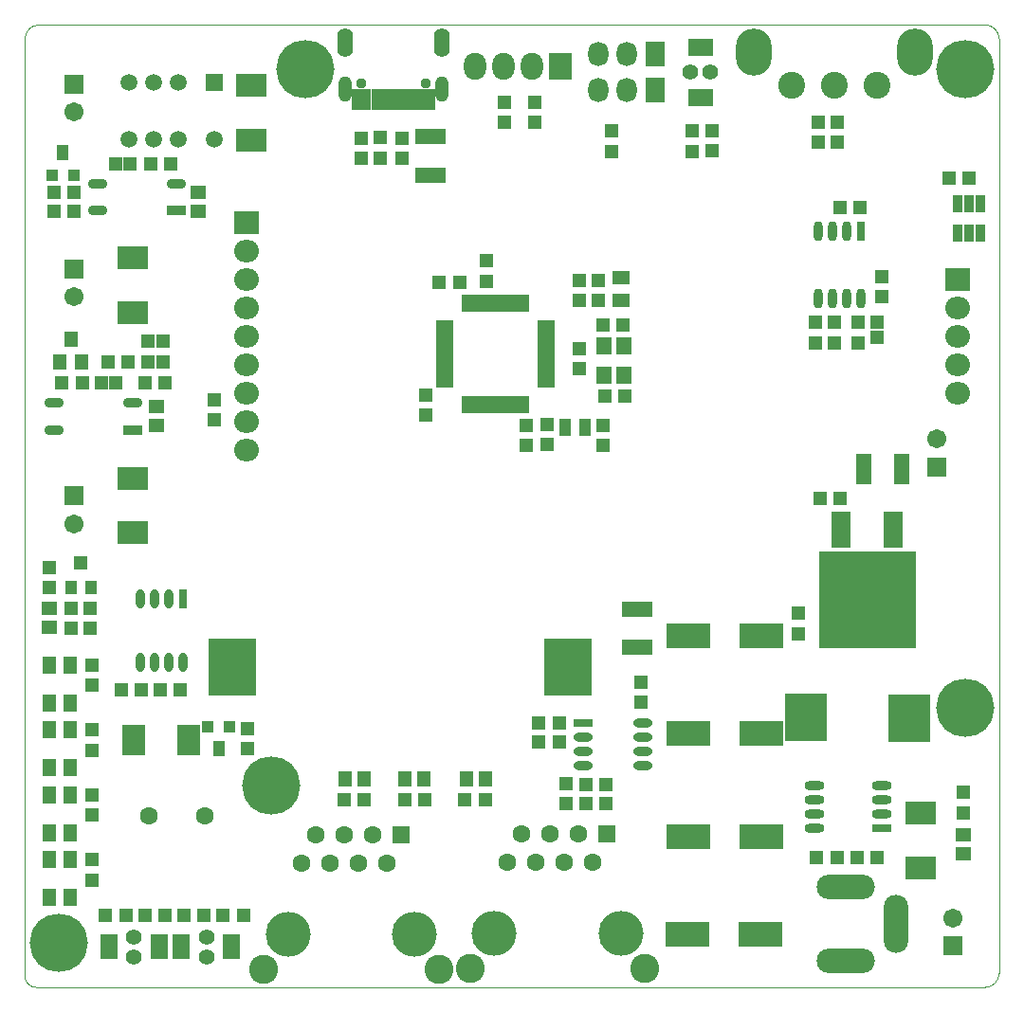
<source format=gts>
G04*
G04 #@! TF.GenerationSoftware,Altium Limited,Altium Designer,21.0.9 (235)*
G04*
G04 Layer_Color=8388736*
%FSLAX25Y25*%
%MOIN*%
G70*
G04*
G04 #@! TF.SameCoordinates,43861E83-1D47-4714-A818-AF3DA279242D*
G04*
G04*
G04 #@! TF.FilePolarity,Negative*
G04*
G01*
G75*
%ADD11C,0.00394*%
%ADD18R,0.04737X0.04737*%
%ADD19R,0.16548X0.20485*%
%ADD20R,0.10642X0.05524*%
%ADD21O,0.06706X0.03162*%
%ADD22R,0.06706X0.03162*%
%ADD23R,0.04737X0.04737*%
%ADD24R,0.04737X0.05524*%
%ADD25R,0.07887X0.10642*%
%ADD26O,0.03162X0.06706*%
%ADD27R,0.03162X0.06706*%
%ADD28R,0.04343X0.04737*%
%ADD29R,0.10642X0.07887*%
%ADD30R,0.04343X0.04343*%
%ADD31R,0.04343X0.05524*%
%ADD32R,0.01981X0.07493*%
%ADD33R,0.03359X0.07493*%
%ADD34R,0.08674X0.06312*%
%ADD35R,0.03162X0.07099*%
%ADD36O,0.03162X0.07099*%
%ADD37R,0.07099X0.12611*%
%ADD38R,0.34265X0.34265*%
%ADD39R,0.14580X0.16548*%
%ADD40R,0.15367X0.08674*%
%ADD41R,0.07099X0.03162*%
%ADD42O,0.07099X0.03162*%
%ADD43R,0.05524X0.04737*%
%ADD44R,0.03556X0.06312*%
%ADD45R,0.06312X0.01981*%
%ADD46R,0.01981X0.06312*%
%ADD47R,0.05524X0.06312*%
%ADD48R,0.06706X0.03556*%
%ADD49O,0.06706X0.03556*%
%ADD50R,0.05131X0.05918*%
%ADD51R,0.06312X0.08674*%
%ADD52R,0.05524X0.10642*%
%ADD53R,0.06312X0.04737*%
%ADD54R,0.04343X0.06312*%
%ADD55C,0.06312*%
%ADD56C,0.10249*%
%ADD57C,0.15761*%
%ADD58R,0.06312X0.06312*%
%ADD59C,0.06706*%
%ADD60R,0.06706X0.06706*%
%ADD61C,0.05918*%
%ADD62R,0.05918X0.05918*%
%ADD63O,0.05524X0.10249*%
%ADD64O,0.04737X0.09068*%
%ADD65C,0.03753*%
%ADD66R,0.07874X0.09449*%
%ADD67O,0.07874X0.09449*%
%ADD68O,0.07087X0.08661*%
%ADD69R,0.07087X0.08661*%
%ADD70C,0.05524*%
%ADD71C,0.09461*%
%ADD72O,0.12611X0.16548*%
%ADD73C,0.20485*%
%ADD74O,0.08674X0.07887*%
%ADD75R,0.08674X0.07887*%
%ADD76O,0.20485X0.08674*%
%ADD77O,0.08674X0.20485*%
%ADD78C,0.02375*%
D11*
X386890Y574803D02*
G03*
X381890Y569803I0J-5000D01*
G01*
X724409D02*
G03*
X719410Y574803I-5000J0D01*
G01*
X381890Y240158D02*
G03*
X385827Y236221I3937J0D01*
G01*
X719410D02*
G03*
X724409Y241220I0J5000D01*
G01*
X381890Y565866D02*
Y569803D01*
X724409Y565866D02*
Y569803D01*
Y413386D02*
Y565866D01*
X386890Y574803D02*
X719410D01*
X381890Y385827D02*
Y565866D01*
Y240158D02*
Y244094D01*
X385827Y236221D02*
X390827D01*
X692913D02*
X719410D01*
X724409Y241220D02*
Y417323D01*
X381890Y241220D02*
Y385827D01*
X390827Y236221D02*
X692913D01*
D18*
X460236Y320079D02*
D03*
Y327165D02*
D03*
X598425Y336614D02*
D03*
Y343701D02*
D03*
X405512Y274016D02*
D03*
Y281102D02*
D03*
Y296850D02*
D03*
Y303937D02*
D03*
Y319685D02*
D03*
Y326772D02*
D03*
X390551Y376772D02*
D03*
Y383858D02*
D03*
X401575Y385433D02*
D03*
X448425Y442913D02*
D03*
Y435827D02*
D03*
X616535Y537402D02*
D03*
Y530315D02*
D03*
X623350Y530543D02*
D03*
Y537630D02*
D03*
X660630Y540551D02*
D03*
Y533465D02*
D03*
X667323Y540551D02*
D03*
Y533465D02*
D03*
X653937Y367717D02*
D03*
Y360630D02*
D03*
X711811Y297638D02*
D03*
Y304724D02*
D03*
X659842Y462992D02*
D03*
Y470079D02*
D03*
X666535Y462992D02*
D03*
Y470079D02*
D03*
X674803D02*
D03*
Y462992D02*
D03*
X683071Y486221D02*
D03*
Y479134D02*
D03*
X558268Y433858D02*
D03*
Y426772D02*
D03*
X588189Y537402D02*
D03*
Y530315D02*
D03*
X550394Y540551D02*
D03*
Y547638D02*
D03*
X561024Y540551D02*
D03*
Y547638D02*
D03*
X514567Y535039D02*
D03*
Y527953D02*
D03*
X500000Y527953D02*
D03*
Y535039D02*
D03*
X506807Y535118D02*
D03*
Y528031D02*
D03*
X413779Y525984D02*
D03*
X418898D02*
D03*
X425197Y463386D02*
D03*
X430315D02*
D03*
X425197Y456299D02*
D03*
X430315D02*
D03*
X408661Y448819D02*
D03*
X413779D02*
D03*
X398031Y362598D02*
D03*
Y369685D02*
D03*
X404724Y362598D02*
D03*
Y369685D02*
D03*
X405512Y342520D02*
D03*
Y349606D02*
D03*
X572047Y300787D02*
D03*
Y307874D02*
D03*
X583465Y477953D02*
D03*
Y485039D02*
D03*
X576772D02*
D03*
Y477953D02*
D03*
X522835Y437402D02*
D03*
Y444488D02*
D03*
X544095Y484646D02*
D03*
Y491732D02*
D03*
X576772Y461024D02*
D03*
Y453937D02*
D03*
X585039Y433858D02*
D03*
Y426772D02*
D03*
X565354Y434252D02*
D03*
Y427165D02*
D03*
D19*
X572835Y348819D02*
D03*
X454724D02*
D03*
D20*
X597244Y355906D02*
D03*
Y369291D02*
D03*
X524409Y522047D02*
D03*
Y535433D02*
D03*
D21*
X599213Y329173D02*
D03*
Y324173D02*
D03*
Y319173D02*
D03*
Y314173D02*
D03*
X577953D02*
D03*
Y319173D02*
D03*
Y324173D02*
D03*
D22*
Y329173D02*
D03*
D23*
X569685Y329134D02*
D03*
X562598D02*
D03*
X451575Y261417D02*
D03*
X458661D02*
D03*
X444882D02*
D03*
X437795D02*
D03*
X424016D02*
D03*
X431102D02*
D03*
X417323D02*
D03*
X410236D02*
D03*
X706693Y520866D02*
D03*
X713779D02*
D03*
X668504Y510630D02*
D03*
X675591D02*
D03*
X681496Y464961D02*
D03*
Y470079D02*
D03*
X585039Y469291D02*
D03*
X592126D02*
D03*
X592913Y444095D02*
D03*
X585827D02*
D03*
X399213Y509055D02*
D03*
X392126D02*
D03*
X399213Y515748D02*
D03*
X392126D02*
D03*
X425984Y525984D02*
D03*
X433071D02*
D03*
X411024Y456299D02*
D03*
X418110D02*
D03*
X401968Y448819D02*
D03*
X394882D02*
D03*
X424016D02*
D03*
X431102D02*
D03*
X436614Y340945D02*
D03*
X429528D02*
D03*
X422835D02*
D03*
X415748D02*
D03*
X501181Y302362D02*
D03*
X494095D02*
D03*
X522441D02*
D03*
X515354D02*
D03*
X543701Y302362D02*
D03*
X536614D02*
D03*
X569685Y322441D02*
D03*
X562598D02*
D03*
X586221Y307480D02*
D03*
X579134D02*
D03*
X586221Y300787D02*
D03*
X579134D02*
D03*
X661417Y408268D02*
D03*
X668504D02*
D03*
X660236Y281890D02*
D03*
X667323D02*
D03*
X681496D02*
D03*
X674409D02*
D03*
X527559Y484252D02*
D03*
X534646D02*
D03*
D24*
X537008Y309449D02*
D03*
X543701D02*
D03*
X515354D02*
D03*
X522047D02*
D03*
X494488D02*
D03*
X501181D02*
D03*
X398031Y464173D02*
D03*
X401772Y456299D02*
D03*
X394173D02*
D03*
D25*
X439370Y323228D02*
D03*
X420079D02*
D03*
D26*
X427559Y350394D02*
D03*
X437559D02*
D03*
X432559D02*
D03*
X422559D02*
D03*
Y372835D02*
D03*
X427559D02*
D03*
X432559D02*
D03*
D27*
X437559D02*
D03*
D28*
X405118Y376772D02*
D03*
X398031D02*
D03*
D29*
X419685Y473622D02*
D03*
Y492913D02*
D03*
X461417Y534252D02*
D03*
Y553543D02*
D03*
X696850Y278346D02*
D03*
Y297638D02*
D03*
X419685Y396063D02*
D03*
Y415354D02*
D03*
D30*
X399213Y522047D02*
D03*
X391339D02*
D03*
X446063Y327953D02*
D03*
X453937D02*
D03*
D31*
X395276Y529921D02*
D03*
X450000Y320079D02*
D03*
D32*
X504646Y548425D02*
D03*
X506614D02*
D03*
X508583D02*
D03*
X510551D02*
D03*
X512520D02*
D03*
X514488D02*
D03*
X516457D02*
D03*
X518425D02*
D03*
D33*
X524331D02*
D03*
X521181D02*
D03*
X501890D02*
D03*
X498543D02*
D03*
D34*
X619291Y566929D02*
D03*
Y549213D02*
D03*
D35*
X675640Y502324D02*
D03*
D36*
Y478702D02*
D03*
X670640D02*
D03*
X665640D02*
D03*
X660640D02*
D03*
Y502324D02*
D03*
X665640D02*
D03*
X670640D02*
D03*
D37*
X687008Y397244D02*
D03*
X668898D02*
D03*
D38*
X677953Y372441D02*
D03*
D39*
X692717Y330906D02*
D03*
X656299Y331102D02*
D03*
D40*
X640748Y359842D02*
D03*
X614961D02*
D03*
Y325590D02*
D03*
X640748D02*
D03*
X614961Y289370D02*
D03*
X640748D02*
D03*
X614764Y254724D02*
D03*
X640551D02*
D03*
D41*
X683033Y292076D02*
D03*
D42*
X659411D02*
D03*
Y297077D02*
D03*
Y302077D02*
D03*
Y307077D02*
D03*
X683033D02*
D03*
Y302077D02*
D03*
Y297077D02*
D03*
D43*
X711811Y283071D02*
D03*
Y289764D02*
D03*
X442913Y509055D02*
D03*
Y515748D02*
D03*
X427953Y433858D02*
D03*
Y440551D02*
D03*
X390551Y362992D02*
D03*
Y369685D02*
D03*
D44*
X717717Y511811D02*
D03*
X713779D02*
D03*
X709842D02*
D03*
X717717Y501575D02*
D03*
X713779D02*
D03*
X709842D02*
D03*
D45*
X564961Y448228D02*
D03*
Y450197D02*
D03*
Y452165D02*
D03*
Y454134D02*
D03*
Y456102D02*
D03*
Y458071D02*
D03*
Y460039D02*
D03*
Y462008D02*
D03*
Y463976D02*
D03*
Y465945D02*
D03*
Y467913D02*
D03*
Y469882D02*
D03*
X529528Y469882D02*
D03*
Y467913D02*
D03*
Y465945D02*
D03*
Y463976D02*
D03*
Y462008D02*
D03*
Y460039D02*
D03*
Y458071D02*
D03*
Y456102D02*
D03*
Y454134D02*
D03*
Y452165D02*
D03*
Y450197D02*
D03*
Y448228D02*
D03*
D46*
X536417Y441339D02*
D03*
X538386D02*
D03*
X540354D02*
D03*
X542323D02*
D03*
X544291D02*
D03*
X546260D02*
D03*
X548228D02*
D03*
X550197D02*
D03*
X552165D02*
D03*
X554134D02*
D03*
X556102D02*
D03*
X558071D02*
D03*
X558071Y476772D02*
D03*
X556102D02*
D03*
X554134D02*
D03*
X552165D02*
D03*
X550197D02*
D03*
X548228D02*
D03*
X546260D02*
D03*
X544291D02*
D03*
X542323D02*
D03*
X540354D02*
D03*
X538386D02*
D03*
X536417D02*
D03*
D47*
X592520Y451575D02*
D03*
X585433D02*
D03*
X592520Y461811D02*
D03*
X585433D02*
D03*
D48*
X435039Y509449D02*
D03*
X419685Y432283D02*
D03*
D49*
X435039Y518898D02*
D03*
X407480Y509449D02*
D03*
Y518898D02*
D03*
X419685Y441732D02*
D03*
X392126Y432283D02*
D03*
Y441732D02*
D03*
D50*
X390551Y336221D02*
D03*
X397638D02*
D03*
X390551Y349606D02*
D03*
X397638D02*
D03*
X390551Y313386D02*
D03*
X397638D02*
D03*
X390551Y326772D02*
D03*
X397638D02*
D03*
X390551Y290551D02*
D03*
X397638D02*
D03*
X390551Y303937D02*
D03*
X397638D02*
D03*
X390551Y267717D02*
D03*
X397638D02*
D03*
X390551Y281102D02*
D03*
X397638D02*
D03*
D51*
X429134Y250394D02*
D03*
X411417D02*
D03*
X454528D02*
D03*
X436811D02*
D03*
D52*
X690158Y418504D02*
D03*
X676772D02*
D03*
D53*
X591339Y477953D02*
D03*
Y485827D02*
D03*
D54*
X578740Y433071D02*
D03*
X571654D02*
D03*
D55*
X445276Y296457D02*
D03*
X425591D02*
D03*
X479153Y279882D02*
D03*
X484154Y289724D02*
D03*
X494153D02*
D03*
X489153Y279724D02*
D03*
X504153Y289724D02*
D03*
X499154Y279724D02*
D03*
X509154D02*
D03*
X551594Y280276D02*
D03*
X556595Y290118D02*
D03*
X566595D02*
D03*
X561594Y280118D02*
D03*
X576594Y290118D02*
D03*
X571594Y280118D02*
D03*
X581595D02*
D03*
D56*
X465945Y242520D02*
D03*
X527362D02*
D03*
X538386Y242913D02*
D03*
X599803D02*
D03*
D57*
X518898Y254724D02*
D03*
X474409D02*
D03*
X591339Y255118D02*
D03*
X546850D02*
D03*
D58*
X514153Y289724D02*
D03*
X586594Y290118D02*
D03*
D59*
X399213Y479134D02*
D03*
Y544095D02*
D03*
X702362Y429134D02*
D03*
X708268Y260630D02*
D03*
X399213Y399213D02*
D03*
D60*
X399213Y488976D02*
D03*
Y553937D02*
D03*
X702362Y419291D02*
D03*
X708268Y250787D02*
D03*
X399213Y409055D02*
D03*
D61*
X448425Y534488D02*
D03*
X435827D02*
D03*
X427165D02*
D03*
X418504D02*
D03*
Y554488D02*
D03*
X427165D02*
D03*
X435827D02*
D03*
D62*
X448425D02*
D03*
D63*
X494449Y568701D02*
D03*
X528465D02*
D03*
D64*
X494449Y552362D02*
D03*
X528465D02*
D03*
D65*
X522835Y554331D02*
D03*
X500079D02*
D03*
D66*
X570236Y560236D02*
D03*
D67*
X560236D02*
D03*
X540236D02*
D03*
X550236D02*
D03*
D68*
X583465Y564567D02*
D03*
X593465D02*
D03*
X583543Y551968D02*
D03*
X593543D02*
D03*
D69*
X603465Y564567D02*
D03*
X603543Y551968D02*
D03*
D70*
X622835Y558071D02*
D03*
X615748D02*
D03*
X420276Y246850D02*
D03*
Y253937D02*
D03*
X445669Y246850D02*
D03*
Y253937D02*
D03*
D71*
X666535Y553543D02*
D03*
X681496D02*
D03*
X651575D02*
D03*
D72*
X694882Y565354D02*
D03*
X638189D02*
D03*
D73*
X712598Y334646D02*
D03*
X480315Y559055D02*
D03*
X712598D02*
D03*
X468504Y307087D02*
D03*
X393701Y251969D02*
D03*
D74*
X459842Y425276D02*
D03*
X709842Y475276D02*
D03*
Y465276D02*
D03*
Y455276D02*
D03*
Y445276D02*
D03*
X459842Y435276D02*
D03*
Y445276D02*
D03*
Y455276D02*
D03*
Y465276D02*
D03*
Y475276D02*
D03*
Y485276D02*
D03*
Y495276D02*
D03*
D75*
X709842Y485276D02*
D03*
X459842Y505276D02*
D03*
D76*
X670472Y245669D02*
D03*
Y271654D02*
D03*
D77*
X688189Y258661D02*
D03*
D78*
X664696Y359048D02*
D03*
X671260Y359449D02*
D03*
X677559D02*
D03*
X683858D02*
D03*
X690158D02*
D03*
X690422Y366149D02*
D03*
X684123D02*
D03*
X677823D02*
D03*
X671524D02*
D03*
X664961Y365748D02*
D03*
X665225Y378748D02*
D03*
X671788Y379149D02*
D03*
X678088D02*
D03*
X684387D02*
D03*
X690686D02*
D03*
X690422Y372448D02*
D03*
X684123D02*
D03*
X677823D02*
D03*
X671524D02*
D03*
X664961Y372047D02*
D03*
X690422Y385047D02*
D03*
X684123D02*
D03*
X677823D02*
D03*
X671524D02*
D03*
X664961Y384646D02*
D03*
M02*

</source>
